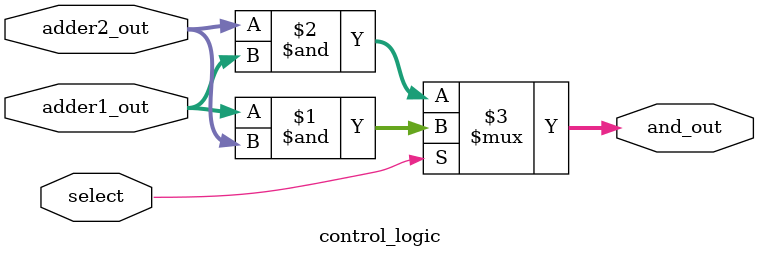
<source format=v>
module top_module (
  input clk,
  input reset, // Synchronous active-high reset
  input [7:0] in1,
  input [7:0] in2,
  input select,
  output [7:0] out
);

  wire [7:0] adder1_out;
  wire [7:0] adder2_out;
  wire [7:0] and_out;

  // Instantiate the two adder modules
  adder adder1 (
    .clk(clk),
    .reset(reset),
    .in1(in1),
    .in2(in2),
    .out(adder1_out)
  );

  adder adder2 (
    .clk(clk),
    .reset(reset),
    .in1(in1),
    .in2(in2),
    .out(adder2_out)
  );

  // Instantiate the control logic module
  control_logic control (
    .select(select),
    .adder1_out(adder1_out),
    .adder2_out(adder2_out),
    .and_out(and_out)
  );

  // Output the result of the AND operation
  assign out = and_out;

endmodule

module adder (
  input clk,
  input reset, // Synchronous active-high reset
  input [7:0] in1,
  input [7:0] in2,
  output [7:0] out
);

  reg [7:0] sum;

  always @(posedge clk) begin
    if (reset) begin
      sum <= 8'd0;
    end else begin
      sum <= in1 + in2;
    end
  end

  assign out = sum;

endmodule

module control_logic (
  input select,
  input [7:0] adder1_out,
  input [7:0] adder2_out,
  output [7:0] and_out
);

  assign and_out = (select) ? (adder1_out & adder2_out) : (adder2_out & adder1_out);

endmodule
</source>
